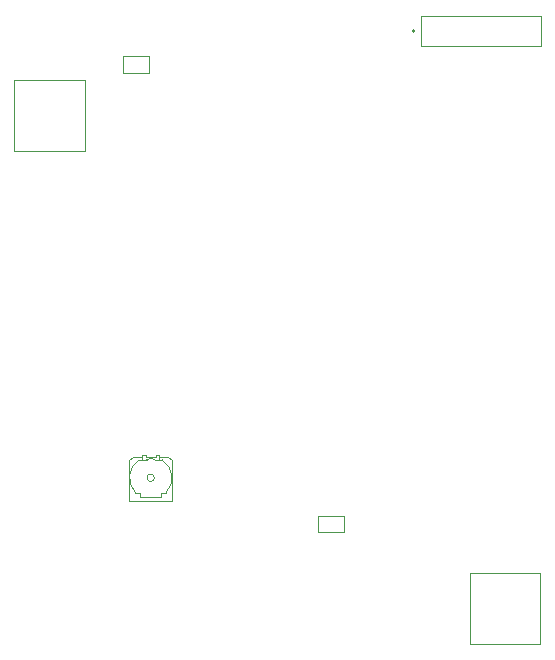
<source format=gbr>
G04*
G04 #@! TF.GenerationSoftware,Altium Limited,Altium Designer,24.2.2 (26)*
G04*
G04 Layer_Color=16711935*
%FSLAX43Y43*%
%MOMM*%
G71*
G04*
G04 #@! TF.SameCoordinates,78AD72C9-59E1-4A50-B3D3-B96FA2B5B495*
G04*
G04*
G04 #@! TF.FilePolarity,Positive*
G04*
G01*
G75*
%ADD11C,0.200*%
%ADD56C,0.100*%
D11*
X37590Y57575D02*
G03*
X37590Y57575I-100J0D01*
G01*
D56*
X16545Y18500D02*
G03*
X16222Y21265I-1295J1250D01*
G01*
X15602D02*
G03*
X14898Y21265I-352J-355D01*
G01*
X15568Y19750D02*
G03*
X14933Y19750I-317J0D01*
G01*
D02*
G03*
X15568Y19750I317J0D01*
G01*
X14278Y21265D02*
G03*
X13955Y18500I972J-1515D01*
G01*
X42255Y5705D02*
Y11695D01*
Y5705D02*
X48245D01*
Y11695D01*
X42255D02*
X48245D01*
X13750Y21550D02*
X14500D01*
X16000D02*
X16750D01*
X17050Y21250D01*
X15980Y21265D02*
Y21700D01*
X14355Y18150D02*
Y18500D01*
Y18150D02*
X16145D01*
X15602Y21265D02*
X16222D01*
X14830Y21550D02*
X15670D01*
X17050Y17750D02*
Y21250D01*
X15675Y21700D02*
X15980D01*
X14520Y21265D02*
Y21700D01*
X15675Y21550D02*
Y21700D01*
X13450Y21250D02*
X13750Y21550D01*
X16145Y18500D02*
X16545D01*
X16145Y18150D02*
Y18500D01*
X14520Y21700D02*
X14825D01*
Y21550D02*
Y21700D01*
X13955Y18500D02*
X14355D01*
X14278Y21265D02*
X14898D01*
X13450Y17750D02*
X17050D01*
X13450Y17750D02*
Y21250D01*
X12938Y55437D02*
X15138D01*
X12938Y53987D02*
X15138D01*
X12938D02*
Y55437D01*
X15138Y53987D02*
Y55437D01*
X31600Y15125D02*
Y16475D01*
X29400Y15125D02*
Y16475D01*
Y15125D02*
X31600D01*
X29400Y16475D02*
X31600D01*
X9645Y47405D02*
Y53395D01*
X3655D02*
X9645D01*
X3655Y47405D02*
Y53395D01*
Y47405D02*
X9645D01*
X38140Y56305D02*
Y58845D01*
X48300D01*
Y56305D02*
Y58845D01*
X38140Y56305D02*
X48300D01*
X38140D02*
Y58845D01*
X48300D01*
Y56305D02*
Y58845D01*
M02*

</source>
